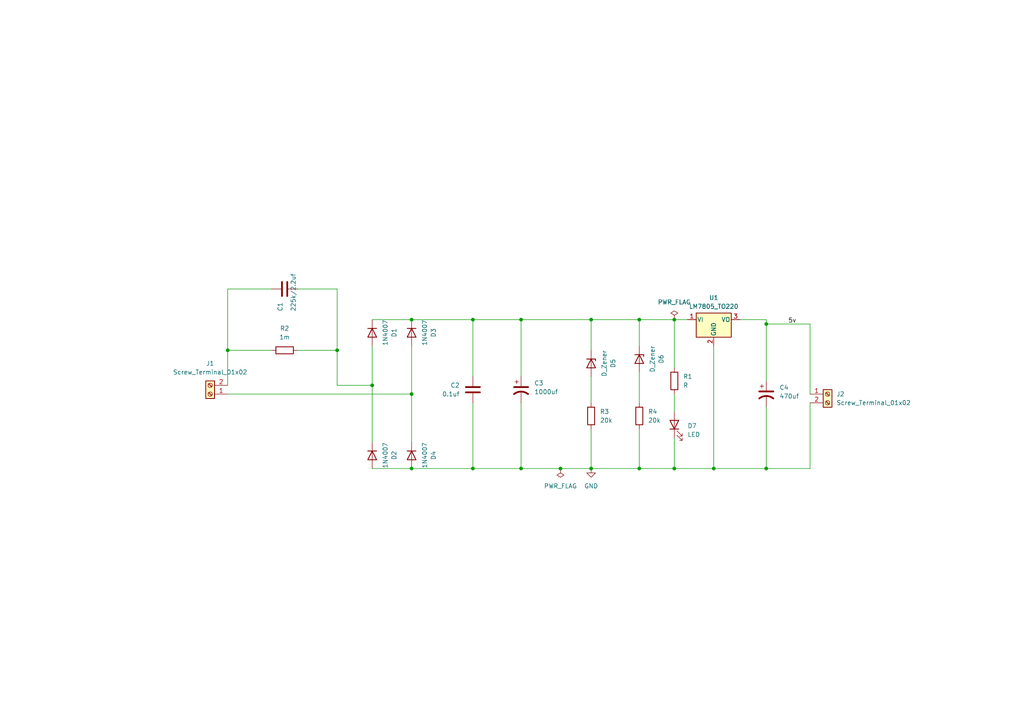
<source format=kicad_sch>
(kicad_sch (version 20250114) (generator "eeschema") (generator_version "9.0")
  (paper "A4")
  (title_block (date "2025-10-12") (company "SJ"))
  (lib_symbols
    (symbol "Connector:Screw_Terminal_01x02" (pin_names (offset 1.016) (hide yes))
      (property "Reference" "J" (at 0 2.54 0))
      (property "Value" "Screw_Terminal_01x02" (at 0 -5.08 0))
      (symbol "Screw_Terminal_01x02_1_1"
        (rectangle (start -1.27 1.27) (end 1.27 -3.81) (stroke (width 0.254)) (fill (type background)))
        (polyline (pts (xy -0.5334 0.3302) (xy 0.3302 -0.508)) (stroke (width 0.1524)))
        (polyline (pts (xy -0.5334 -2.2098) (xy 0.3302 -3.048)) (stroke (width 0.1524)))
        (polyline (pts (xy -0.3556 0.508) (xy 0.508 -0.3302)) (stroke (width 0.1524)))
        (polyline (pts (xy -0.3556 -2.032) (xy 0.508 -2.8702)) (stroke (width 0.1524)))
        (circle (center 0 0) (radius 0.635) (stroke (width 0.1524)))
        (circle (center 0 -2.54) (radius 0.635) (stroke (width 0.1524)))
        (pin passive line (at -5.08 0 0) (length 3.81) (name "Pin_1") (number "1"))
        (pin passive line (at -5.08 -2.54 0) (length 3.81) (name "Pin_2") (number "2"))
      )
    )
    (symbol "Device:C" (pin_numbers (hide yes)) (pin_names (offset 0.254))
      (property "Reference" "C" (at 0.635 2.54 0))
      (property "Value" "C" (at 0.635 -2.54 0))
      (symbol "C_0_1"
        (polyline (pts (xy -2.032 0.762) (xy 2.032 0.762)) (stroke (width 0.508)))
        (polyline (pts (xy -2.032 -0.762) (xy 2.032 -0.762)) (stroke (width 0.508)))
      )
      (symbol "C_1_1"
        (pin passive line (at 0 3.81 270) (length 2.794) (name "~") (number "1"))
        (pin passive line (at 0 -3.81 90) (length 2.794) (name "~") (number "2"))
      )
    )
    (symbol "Device:C_Polarized_US" (pin_numbers (hide yes)) (pin_names (offset 0.254) (hide yes))
      (property "Reference" "C" (at 0.635 2.54 0))
      (property "Value" "C_Polarized_US" (at 0.635 -2.54 0))
      (symbol "C_Polarized_US_0_1"
        (polyline (pts (xy -2.032 0.762) (xy 2.032 0.762)) (stroke (width 0.508)))
        (polyline (pts (xy -1.778 2.286) (xy -0.762 2.286)))
        (polyline (pts (xy -1.27 1.778) (xy -1.27 2.794)))
        (arc (start -2.032 -1.27) (mid 0 -0.5572) (end 2.032 -1.27) (stroke (width 0.508)))
      )
      (symbol "C_Polarized_US_1_1"
        (pin passive line (at 0 3.81 270) (length 2.794) (name "~") (number "1"))
        (pin passive line (at 0 -3.81 90) (length 3.302) (name "~") (number "2"))
      )
    )
    (symbol "Device:D_Zener" (pin_numbers (hide yes)) (pin_names (offset 1.016) (hide yes))
      (property "Reference" "D" (at 0 2.54 0))
      (property "Value" "D_Zener" (at 0 -2.54 0))
      (symbol "D_Zener_0_1"
        (polyline (pts (xy -1.27 -1.27) (xy -1.27 1.27) (xy -0.762 1.27)) (stroke (width 0.254)))
        (polyline (pts (xy 1.27 0) (xy -1.27 0)))
        (polyline (pts (xy 1.27 -1.27) (xy 1.27 1.27) (xy -1.27 0) (xy 1.27 -1.27)) (stroke (width 0.254)))
      )
      (symbol "D_Zener_1_1"
        (pin passive line (at -3.81 0 0) (length 2.54) (name "K") (number "1"))
        (pin passive line (at 3.81 0 180) (length 2.54) (name "A") (number "2"))
      )
    )
    (symbol "Device:LED" (pin_numbers (hide yes)) (pin_names (offset 1.016) (hide yes))
      (property "Reference" "D" (at 0 2.54 0))
      (property "Value" "LED" (at 0 -2.54 0))
      (symbol "LED_0_1"
        (polyline (pts (xy -3.048 -0.762) (xy -4.572 -2.286) (xy -3.81 -2.286) (xy -4.572 -2.286) (xy -4.572 -1.524)))
        (polyline (pts (xy -1.778 -0.762) (xy -3.302 -2.286) (xy -2.54 -2.286) (xy -3.302 -2.286) (xy -3.302 -1.524)))
        (polyline (pts (xy -1.27 0) (xy 1.27 0)))
        (polyline (pts (xy -1.27 -1.27) (xy -1.27 1.27)) (stroke (width 0.254)))
        (polyline (pts (xy 1.27 -1.27) (xy 1.27 1.27) (xy -1.27 0) (xy 1.27 -1.27)) (stroke (width 0.254)))
      )
      (symbol "LED_1_1"
        (pin passive line (at -3.81 0 0) (length 2.54) (name "K") (number "1"))
        (pin passive line (at 3.81 0 180) (length 2.54) (name "A") (number "2"))
      )
    )
    (symbol "Device:R" (pin_numbers (hide yes)) (pin_names (offset 0))
      (property "Reference" "R" (at 2.032 0 90))
      (property "Value" "R" (at 0 0 90))
      (symbol "R_0_1"
        (rectangle (start -1.016 -2.54) (end 1.016 2.54) (stroke (width 0.254)))
      )
      (symbol "R_1_1"
        (pin passive line (at 0 3.81 270) (length 1.27) (name "~") (number "1"))
        (pin passive line (at 0 -3.81 90) (length 1.27) (name "~") (number "2"))
      )
    )
    (symbol "Diode:1N4007" (pin_numbers (hide yes)) (pin_names (hide yes))
      (property "Reference" "D" (at 0 2.54 0))
      (property "Value" "1N4007" (at 0 -2.54 0))
      (symbol "1N4007_0_1"
        (polyline (pts (xy -1.27 1.27) (xy -1.27 -1.27)) (stroke (width 0.254)))
        (polyline (pts (xy 1.27 1.27) (xy 1.27 -1.27) (xy -1.27 0) (xy 1.27 1.27)) (stroke (width 0.254)))
        (polyline (pts (xy 1.27 0) (xy -1.27 0)))
      )
      (symbol "1N4007_1_1"
        (pin passive line (at -3.81 0 0) (length 2.54) (name "K") (number "1"))
        (pin passive line (at 3.81 0 180) (length 2.54) (name "A") (number "2"))
      )
    )
    (symbol "Regulator_Linear:LM7805_TO220" (pin_names (offset 0.254))
      (property "Reference" "U" (at -3.81 3.175 0))
      (property "Value" "LM7805_TO220" (at 0 3.175 0))
      (symbol "LM7805_TO220_0_1"
        (rectangle (start -5.08 1.905) (end 5.08 -5.08) (stroke (width 0.254)) (fill (type background)))
      )
      (symbol "LM7805_TO220_1_1"
        (pin power_in line (at -7.62 0 0) (length 2.54) (name "VI") (number "1"))
        (pin power_in line (at 0 -7.62 90) (length 2.54) (name "GND") (number "2"))
        (pin power_out line (at 7.62 0 180) (length 2.54) (name "VO") (number "3"))
      )
    )
    (symbol "power:GND" (power) (pin_numbers (hide yes)) (pin_names (offset 0) (hide yes))
      (property "Value" "GND" (at 0 -3.81 0))
      (symbol "GND_0_1"
        (polyline (pts (xy 0 0) (xy 0 -1.27) (xy 1.27 -1.27) (xy 0 -2.54) (xy -1.27 -1.27) (xy 0 -1.27)))
      )
      (symbol "GND_1_1"
        (pin power_in line (at 0 0 270) (length 0) (name "~") (number "1"))
      )
    )
    (symbol "power:PWR_FLAG" (power) (pin_numbers (hide yes)) (pin_names (offset 0) (hide yes))
      (property "Value" "PWR_FLAG" (at 0 3.81 0))
      (symbol "PWR_FLAG_0_0"
        (pin power_out line (at 0 0 90) (length 0) (name "~") (number "1"))
      )
      (symbol "PWR_FLAG_0_1"
        (polyline (pts (xy 0 0) (xy 0 1.27) (xy -1.016 1.905) (xy 0 2.54) (xy 1.016 1.905) (xy 0 1.27)))
      )
    )
  )
  (junction (at 171.45 92.71))
  (junction (at 222.25 93.98))
  (junction (at 97.79 101.6))
  (junction (at 195.58 135.89))
  (junction (at 207.01 135.89))
  (junction (at 119.38 135.89))
  (junction (at 119.38 92.71))
  (junction (at 171.45 135.89))
  (junction (at 66.04 101.6))
  (junction (at 151.13 92.71))
  (junction (at 119.38 114.3))
  (junction (at 137.16 92.71))
  (junction (at 185.42 92.71))
  (junction (at 222.25 135.89))
  (junction (at 185.42 135.89))
  (junction (at 151.13 135.89))
  (junction (at 107.95 111.76))
  (junction (at 162.56 135.89))
  (junction (at 195.58 92.71))
  (junction (at 137.16 135.89))
  (wire (pts (xy 199.39 92.71) (xy 195.58 92.71)))
  (wire (pts (xy 137.16 92.71) (xy 119.38 92.71)))
  (wire (pts (xy 171.45 92.71) (xy 171.45 101.6)))
  (wire (pts (xy 151.13 92.71) (xy 151.13 109.22)))
  (wire (pts (xy 185.42 135.89) (xy 171.45 135.89)))
  (wire (pts (xy 195.58 127) (xy 195.58 135.89)))
  (wire (pts (xy 222.25 92.71) (xy 222.25 93.98)))
  (wire (pts (xy 195.58 92.71) (xy 185.42 92.71)))
  (wire (pts (xy 86.36 101.6) (xy 97.79 101.6)))
  (wire (pts (xy 162.56 135.89) (xy 151.13 135.89)))
  (wire (pts (xy 234.95 135.89) (xy 222.25 135.89)))
  (wire (pts (xy 78.74 83.82) (xy 66.04 83.82)))
  (wire (pts (xy 137.16 135.89) (xy 151.13 135.89)))
  (wire (pts (xy 171.45 109.22) (xy 171.45 116.84)))
  (wire (pts (xy 137.16 116.84) (xy 137.16 135.89)))
  (wire (pts (xy 195.58 135.89) (xy 207.01 135.89)))
  (wire (pts (xy 222.25 110.49) (xy 222.25 93.98)))
  (wire (pts (xy 119.38 100.33) (xy 119.38 114.3)))
  (wire (pts (xy 97.79 111.76) (xy 107.95 111.76)))
  (wire (pts (xy 207.01 135.89) (xy 222.25 135.89)))
  (wire (pts (xy 66.04 83.82) (xy 66.04 101.6)))
  (wire (pts (xy 107.95 100.33) (xy 107.95 111.76)))
  (wire (pts (xy 66.04 114.3) (xy 119.38 114.3)))
  (wire (pts (xy 214.63 92.71) (xy 222.25 92.71)))
  (wire (pts (xy 234.95 114.3) (xy 234.95 93.98)))
  (wire (pts (xy 137.16 92.71) (xy 151.13 92.71)))
  (wire (pts (xy 107.95 135.89) (xy 119.38 135.89)))
  (wire (pts (xy 195.58 92.71) (xy 195.58 106.68)))
  (wire (pts (xy 171.45 92.71) (xy 151.13 92.71)))
  (wire (pts (xy 185.42 92.71) (xy 185.42 100.33)))
  (wire (pts (xy 97.79 101.6) (xy 97.79 111.76)))
  (wire (pts (xy 137.16 109.22) (xy 137.16 92.71)))
  (wire (pts (xy 66.04 101.6) (xy 66.04 111.76)))
  (wire (pts (xy 107.95 111.76) (xy 107.95 128.27)))
  (wire (pts (xy 222.25 135.89) (xy 222.25 118.11)))
  (wire (pts (xy 171.45 135.89) (xy 162.56 135.89)))
  (wire (pts (xy 195.58 114.3) (xy 195.58 119.38)))
  (wire (pts (xy 107.95 92.71) (xy 119.38 92.71)))
  (wire (pts (xy 119.38 135.89) (xy 137.16 135.89)))
  (wire (pts (xy 86.36 83.82) (xy 97.79 83.82)))
  (wire (pts (xy 185.42 107.95) (xy 185.42 116.84)))
  (wire (pts (xy 97.79 83.82) (xy 97.79 101.6)))
  (wire (pts (xy 66.04 101.6) (xy 78.74 101.6)))
  (wire (pts (xy 234.95 93.98) (xy 222.25 93.98)))
  (wire (pts (xy 119.38 114.3) (xy 119.38 128.27)))
  (wire (pts (xy 185.42 135.89) (xy 195.58 135.89)))
  (wire (pts (xy 234.95 116.84) (xy 234.95 135.89)))
  (wire (pts (xy 171.45 124.46) (xy 171.45 135.89)))
  (wire (pts (xy 151.13 116.84) (xy 151.13 135.89)))
  (wire (pts (xy 185.42 124.46) (xy 185.42 135.89)))
  (wire (pts (xy 207.01 100.33) (xy 207.01 135.89)))
  (wire (pts (xy 185.42 92.71) (xy 171.45 92.71)))
  (label "5v" (at 228.6 93.98 0))
  (symbol (lib_id "Regulator_Linear:LM7805_TO220") (at 207.01 92.71 0) (unit 1)
    (property "Reference" "U1" (at 207.01 86.36 0))
    (property "Value" "LM7805_TO220" (at 207.01 88.9 0))
    (property "Footprint" "Package_TO_SOT_THT:TO-220-3_Vertical" (effects (hide yes)))
    (property "Datasheet" "https://www.onsemi.cn/PowerSolutions/document/MC7800-D.PDF" (effects (hide yes)))
    (property "Description" "Positive 1A 35V Linear Regulator, Fixed Output 5V, TO-220" (effects (hide yes)))
  )
  (symbol (lib_id "Device:D_Zener") (at 185.42 104.14 270) (unit 1)
    (property "Reference" "D6" (at 191.77 104.14 0))
    (property "Value" "D_Zener" (at 189.23 104.14 0))
    (property "Footprint" "Diode_THT:D_A-405_P7.62mm_Horizontal" (effects (hide yes)))
    (property "Description" "Zener diode" (effects (hide yes)))
  )
  (symbol (lib_id "power:GND") (at 171.45 135.89 0) (unit 1)
    (property "Reference" "#PWR01" (effects (hide yes)))
    (property "Value" "GND" (at 171.45 140.97 0))
    (property "Description" "Power symbol creates a global label with name \"GND\" , ground" (effects (hide yes)))
  )
  (symbol (lib_id "Diode:1N4007") (at 119.38 96.52 270) (unit 1)
    (property "Reference" "D3" (at 125.73 96.52 0))
    (property "Value" "1N4007" (at 123.19 96.52 0))
    (property "Footprint" "Diode_THT:D_DO-41_SOD81_P10.16mm_Horizontal" (effects (hide yes)))
    (property "Datasheet" "http://www.vishay.com/docs/88503/1n4001.pdf" (effects (hide yes)))
    (property "Description" "1000V 1A General Purpose Rectifier Diode, DO-41" (effects (hide yes)))
    (property "Sim.Device" "D" (effects (hide yes)))
    (property "Sim.Pins" "1=K 2=A" (effects (hide yes)))
  )
  (symbol (lib_id "Device:R") (at 185.42 120.65 0) (unit 1)
    (property "Reference" "R4" (at 187.96 119.3799 0) (effects (justify left)))
    (property "Value" "20k" (at 187.96 121.9199 0) (effects (justify left)))
    (property "Footprint" "Resistor_THT:R_Axial_DIN0207_L6.3mm_D2.5mm_P7.62mm_Horizontal" (effects (hide yes)))
    (property "Description" "Resistor" (effects (hide yes)))
  )
  (symbol (lib_id "power:PWR_FLAG") (at 162.56 135.89 180) (unit 1)
    (property "Reference" "#FLG02" (effects (hide yes)))
    (property "Value" "PWR_FLAG" (at 162.56 140.97 0))
    (property "Description" "Special symbol for telling ERC where power comes from" (effects (hide yes)))
  )
  (symbol (lib_id "power:PWR_FLAG") (at 195.58 92.71 0) (unit 1)
    (property "Reference" "#FLG01" (effects (hide yes)))
    (property "Value" "PWR_FLAG" (at 195.58 87.63 0))
    (property "Description" "Special symbol for telling ERC where power comes from" (effects (hide yes)))
  )
  (symbol (lib_id "Connector:Screw_Terminal_01x02") (at 60.96 114.3 180) (unit 1)
    (property "Reference" "J1" (at 60.96 105.41 0))
    (property "Value" "Screw_Terminal_01x02" (at 60.96 107.95 0))
    (property "Footprint" "TerminalBlock:TerminalBlock_Xinya_XY308-2.54-2P_1x02_P2.54mm_Horizontal" (effects (hide yes)))
    (property "Description" "Generic screw terminal, single row, 01x02, script generated (kicad-library-utils/schlib/autogen/connector/)" (effects (hide yes)))
  )
  (symbol (lib_id "Device:C") (at 82.55 83.82 90) (mirror x) (unit 1)
    (property "Reference" "C1" (at 81.2799 87.63 0) (effects (justify left)))
    (property "Value" "225k/2.2uf" (at 85.09 79.248 0) (effects (justify left)))
    (property "Footprint" "Capacitor_THT:C_Rect_L18.0mm_W6.0mm_P15.00mm_FKS3_FKP3" (effects (hide yes)))
    (property "Description" "Unpolarized capacitor" (effects (hide yes)))
  )
  (symbol (lib_id "Device:R") (at 195.58 110.49 0) (unit 1)
    (property "Reference" "R1" (at 198.12 109.2199 0) (effects (justify left)))
    (property "Value" "R" (at 198.12 111.7599 0) (effects (justify left)))
    (property "Footprint" "Resistor_THT:R_Axial_DIN0207_L6.3mm_D2.5mm_P7.62mm_Horizontal" (effects (hide yes)))
    (property "Description" "Resistor" (effects (hide yes)))
  )
  (symbol (lib_id "Device:C_Polarized_US") (at 222.25 114.3 0) (unit 1)
    (property "Reference" "C4" (at 226.06 112.3949 0) (effects (justify left)))
    (property "Value" "470uf" (at 226.06 114.9349 0) (effects (justify left)))
    (property "Footprint" "Capacitor_THT:C_Radial_D10.0mm_H12.5mm_P5.00mm" (effects (hide yes)))
    (property "Description" "Polarized capacitor, US symbol" (effects (hide yes)))
  )
  (symbol (lib_id "Device:C") (at 137.16 113.03 0) (mirror y) (unit 1)
    (property "Reference" "C2" (at 133.35 111.7599 0) (effects (justify left)))
    (property "Value" "0.1uf" (at 133.35 114.2999 0) (effects (justify left)))
    (property "Footprint" "Capacitor_THT:C_Disc_D4.7mm_W2.5mm_P5.00mm" (effects (hide yes)))
    (property "Description" "Unpolarized capacitor" (effects (hide yes)))
  )
  (symbol (lib_id "Device:R") (at 171.45 120.65 0) (unit 1)
    (property "Reference" "R3" (at 173.99 119.3799 0) (effects (justify left)))
    (property "Value" "20k" (at 173.99 121.9199 0) (effects (justify left)))
    (property "Footprint" "Resistor_THT:R_Axial_DIN0207_L6.3mm_D2.5mm_P7.62mm_Horizontal" (effects (hide yes)))
    (property "Description" "Resistor" (effects (hide yes)))
  )
  (symbol (lib_id "Device:LED") (at 195.58 123.19 90) (unit 1)
    (property "Reference" "D7" (at 199.39 123.5074 90) (effects (justify right)))
    (property "Value" "LED" (at 199.39 126.0474 90) (effects (justify right)))
    (property "Footprint" "LED_THT:LED_D5.0mm" (effects (hide yes)))
    (property "Description" "Light emitting diode" (effects (hide yes)))
    (property "Sim.Pins" "1=K 2=A" (effects (hide yes)))
  )
  (symbol (lib_id "Diode:1N4007") (at 107.95 132.08 270) (unit 1)
    (property "Reference" "D2" (at 114.3 132.08 0))
    (property "Value" "1N4007" (at 111.76 132.08 0))
    (property "Footprint" "Diode_THT:D_DO-41_SOD81_P10.16mm_Horizontal" (effects (hide yes)))
    (property "Datasheet" "http://www.vishay.com/docs/88503/1n4001.pdf" (effects (hide yes)))
    (property "Description" "1000V 1A General Purpose Rectifier Diode, DO-41" (effects (hide yes)))
    (property "Sim.Device" "D" (effects (hide yes)))
    (property "Sim.Pins" "1=K 2=A" (effects (hide yes)))
  )
  (symbol (lib_id "Device:D_Zener") (at 171.45 105.41 270) (unit 1)
    (property "Reference" "D5" (at 177.8 105.41 0))
    (property "Value" "D_Zener" (at 175.26 105.41 0))
    (property "Footprint" "Diode_THT:D_A-405_P7.62mm_Horizontal" (effects (hide yes)))
    (property "Description" "Zener diode" (effects (hide yes)))
  )
  (symbol (lib_id "Device:R") (at 82.55 101.6 90) (unit 1)
    (property "Reference" "R2" (at 82.55 95.25 90))
    (property "Value" "1m" (at 82.55 97.79 90))
    (property "Footprint" "Resistor_THT:R_Axial_DIN0207_L6.3mm_D2.5mm_P7.62mm_Horizontal" (effects (hide yes)))
    (property "Description" "Resistor" (effects (hide yes)))
  )
  (symbol (lib_id "Connector:Screw_Terminal_01x02") (at 240.03 114.3 0) (unit 1)
    (property "Reference" "J2" (at 242.57 114.2999 0) (effects (justify left)))
    (property "Value" "Screw_Terminal_01x02" (at 242.57 116.8399 0) (effects (justify left)))
    (property "Footprint" "TerminalBlock:TerminalBlock_Xinya_XY308-2.54-2P_1x02_P2.54mm_Horizontal" (effects (hide yes)))
    (property "Description" "Generic screw terminal, single row, 01x02, script generated (kicad-library-utils/schlib/autogen/connector/)" (effects (hide yes)))
  )
  (symbol (lib_id "Device:C_Polarized_US") (at 151.13 113.03 0) (unit 1)
    (property "Reference" "C3" (at 154.94 111.1249 0) (effects (justify left)))
    (property "Value" "1000uf" (at 154.94 113.6649 0) (effects (justify left)))
    (property "Footprint" "Capacitor_THT:C_Radial_D10.0mm_H12.5mm_P5.00mm" (effects (hide yes)))
    (property "Description" "Polarized capacitor, US symbol" (effects (hide yes)))
  )
  (symbol (lib_id "Diode:1N4007") (at 107.95 96.52 270) (unit 1)
    (property "Reference" "D1" (at 114.3 96.52 0))
    (property "Value" "1N4007" (at 111.76 96.52 0))
    (property "Footprint" "Diode_THT:D_DO-41_SOD81_P10.16mm_Horizontal" (effects (hide yes)))
    (property "Datasheet" "http://www.vishay.com/docs/88503/1n4001.pdf" (effects (hide yes)))
    (property "Description" "1000V 1A General Purpose Rectifier Diode, DO-41" (effects (hide yes)))
    (property "Sim.Device" "D" (effects (hide yes)))
    (property "Sim.Pins" "1=K 2=A" (effects (hide yes)))
  )
  (symbol (lib_id "Diode:1N4007") (at 119.38 132.08 270) (unit 1)
    (property "Reference" "D4" (at 125.73 132.08 0))
    (property "Value" "1N4007" (at 123.19 132.08 0))
    (property "Footprint" "Diode_THT:D_DO-41_SOD81_P10.16mm_Horizontal" (effects (hide yes)))
    (property "Datasheet" "http://www.vishay.com/docs/88503/1n4001.pdf" (effects (hide yes)))
    (property "Description" "1000V 1A General Purpose Rectifier Diode, DO-41" (effects (hide yes)))
    (property "Sim.Device" "D" (effects (hide yes)))
    (property "Sim.Pins" "1=K 2=A" (effects (hide yes)))
  )
)
</source>
